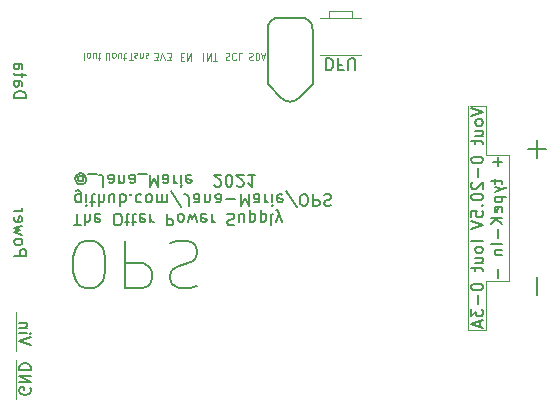
<source format=gbo>
G04 #@! TF.GenerationSoftware,KiCad,Pcbnew,5.1.5+dfsg1-2build2*
G04 #@! TF.CreationDate,2021-12-30T02:49:34+01:00*
G04 #@! TF.ProjectId,OPS,4f50532e-6b69-4636-9164-5f7063625858,rev?*
G04 #@! TF.SameCoordinates,Original*
G04 #@! TF.FileFunction,Legend,Bot*
G04 #@! TF.FilePolarity,Positive*
%FSLAX46Y46*%
G04 Gerber Fmt 4.6, Leading zero omitted, Abs format (unit mm)*
G04 Created by KiCad (PCBNEW 5.1.5+dfsg1-2build2) date 2021-12-30 02:49:34*
%MOMM*%
%LPD*%
G04 APERTURE LIST*
%ADD10C,0.150000*%
%ADD11C,0.120000*%
%ADD12C,0.200000*%
%ADD13C,0.100000*%
%ADD14C,0.127000*%
G04 APERTURE END LIST*
D10*
X53447619Y-57352380D02*
X54447619Y-57352380D01*
X54447619Y-57114285D01*
X54400000Y-56971428D01*
X54304761Y-56876190D01*
X54209523Y-56828571D01*
X54019047Y-56780952D01*
X53876190Y-56780952D01*
X53685714Y-56828571D01*
X53590476Y-56876190D01*
X53495238Y-56971428D01*
X53447619Y-57114285D01*
X53447619Y-57352380D01*
X53447619Y-55923809D02*
X53971428Y-55923809D01*
X54066666Y-55971428D01*
X54114285Y-56066666D01*
X54114285Y-56257142D01*
X54066666Y-56352380D01*
X53495238Y-55923809D02*
X53447619Y-56019047D01*
X53447619Y-56257142D01*
X53495238Y-56352380D01*
X53590476Y-56400000D01*
X53685714Y-56400000D01*
X53780952Y-56352380D01*
X53828571Y-56257142D01*
X53828571Y-56019047D01*
X53876190Y-55923809D01*
X54114285Y-55590476D02*
X54114285Y-55209523D01*
X54447619Y-55447619D02*
X53590476Y-55447619D01*
X53495238Y-55400000D01*
X53447619Y-55304761D01*
X53447619Y-55209523D01*
X53447619Y-54447619D02*
X53971428Y-54447619D01*
X54066666Y-54495238D01*
X54114285Y-54590476D01*
X54114285Y-54780952D01*
X54066666Y-54876190D01*
X53495238Y-54447619D02*
X53447619Y-54542857D01*
X53447619Y-54780952D01*
X53495238Y-54876190D01*
X53590476Y-54923809D01*
X53685714Y-54923809D01*
X53780952Y-54876190D01*
X53828571Y-54780952D01*
X53828571Y-54542857D01*
X53876190Y-54447619D01*
X53447619Y-70726190D02*
X54447619Y-70726190D01*
X54447619Y-70345238D01*
X54400000Y-70250000D01*
X54352380Y-70202380D01*
X54257142Y-70154761D01*
X54114285Y-70154761D01*
X54019047Y-70202380D01*
X53971428Y-70250000D01*
X53923809Y-70345238D01*
X53923809Y-70726190D01*
X53447619Y-69583333D02*
X53495238Y-69678571D01*
X53542857Y-69726190D01*
X53638095Y-69773809D01*
X53923809Y-69773809D01*
X54019047Y-69726190D01*
X54066666Y-69678571D01*
X54114285Y-69583333D01*
X54114285Y-69440476D01*
X54066666Y-69345238D01*
X54019047Y-69297619D01*
X53923809Y-69250000D01*
X53638095Y-69250000D01*
X53542857Y-69297619D01*
X53495238Y-69345238D01*
X53447619Y-69440476D01*
X53447619Y-69583333D01*
X54114285Y-68916666D02*
X53447619Y-68726190D01*
X53923809Y-68535714D01*
X53447619Y-68345238D01*
X54114285Y-68154761D01*
X53495238Y-67392857D02*
X53447619Y-67488095D01*
X53447619Y-67678571D01*
X53495238Y-67773809D01*
X53590476Y-67821428D01*
X53971428Y-67821428D01*
X54066666Y-67773809D01*
X54114285Y-67678571D01*
X54114285Y-67488095D01*
X54066666Y-67392857D01*
X53971428Y-67345238D01*
X53876190Y-67345238D01*
X53780952Y-67821428D01*
X53447619Y-66916666D02*
X54114285Y-66916666D01*
X53923809Y-66916666D02*
X54019047Y-66869047D01*
X54066666Y-66821428D01*
X54114285Y-66726190D01*
X54114285Y-66630952D01*
D11*
X93350000Y-77000000D02*
X91900000Y-77000000D01*
X93350000Y-72850000D02*
X93350000Y-77000000D01*
X95350000Y-72850000D02*
X93350000Y-72850000D01*
X95350000Y-62150000D02*
X95350000Y-72850000D01*
X93350000Y-62150000D02*
X95350000Y-62150000D01*
X93350000Y-58000000D02*
X93350000Y-62150000D01*
X92000000Y-58000000D02*
X93350000Y-58000000D01*
X91900000Y-77000000D02*
X91900000Y-58000000D01*
D10*
X92127380Y-58214285D02*
X93127380Y-58547619D01*
X92127380Y-58880952D01*
X93127380Y-59357142D02*
X93079761Y-59261904D01*
X93032142Y-59214285D01*
X92936904Y-59166666D01*
X92651190Y-59166666D01*
X92555952Y-59214285D01*
X92508333Y-59261904D01*
X92460714Y-59357142D01*
X92460714Y-59500000D01*
X92508333Y-59595238D01*
X92555952Y-59642857D01*
X92651190Y-59690476D01*
X92936904Y-59690476D01*
X93032142Y-59642857D01*
X93079761Y-59595238D01*
X93127380Y-59500000D01*
X93127380Y-59357142D01*
X92460714Y-60547619D02*
X93127380Y-60547619D01*
X92460714Y-60119047D02*
X92984523Y-60119047D01*
X93079761Y-60166666D01*
X93127380Y-60261904D01*
X93127380Y-60404761D01*
X93079761Y-60500000D01*
X93032142Y-60547619D01*
X92460714Y-60880952D02*
X92460714Y-61261904D01*
X92127380Y-61023809D02*
X92984523Y-61023809D01*
X93079761Y-61071428D01*
X93127380Y-61166666D01*
X93127380Y-61261904D01*
X92127380Y-62547619D02*
X92127380Y-62642857D01*
X92175000Y-62738095D01*
X92222619Y-62785714D01*
X92317857Y-62833333D01*
X92508333Y-62880952D01*
X92746428Y-62880952D01*
X92936904Y-62833333D01*
X93032142Y-62785714D01*
X93079761Y-62738095D01*
X93127380Y-62642857D01*
X93127380Y-62547619D01*
X93079761Y-62452380D01*
X93032142Y-62404761D01*
X92936904Y-62357142D01*
X92746428Y-62309523D01*
X92508333Y-62309523D01*
X92317857Y-62357142D01*
X92222619Y-62404761D01*
X92175000Y-62452380D01*
X92127380Y-62547619D01*
X92746428Y-63309523D02*
X92746428Y-64071428D01*
X92222619Y-64500000D02*
X92175000Y-64547619D01*
X92127380Y-64642857D01*
X92127380Y-64880952D01*
X92175000Y-64976190D01*
X92222619Y-65023809D01*
X92317857Y-65071428D01*
X92413095Y-65071428D01*
X92555952Y-65023809D01*
X93127380Y-64452380D01*
X93127380Y-65071428D01*
X92127380Y-65690476D02*
X92127380Y-65785714D01*
X92175000Y-65880952D01*
X92222619Y-65928571D01*
X92317857Y-65976190D01*
X92508333Y-66023809D01*
X92746428Y-66023809D01*
X92936904Y-65976190D01*
X93032142Y-65928571D01*
X93079761Y-65880952D01*
X93127380Y-65785714D01*
X93127380Y-65690476D01*
X93079761Y-65595238D01*
X93032142Y-65547619D01*
X92936904Y-65500000D01*
X92746428Y-65452380D01*
X92508333Y-65452380D01*
X92317857Y-65500000D01*
X92222619Y-65547619D01*
X92175000Y-65595238D01*
X92127380Y-65690476D01*
X93032142Y-66452380D02*
X93079761Y-66500000D01*
X93127380Y-66452380D01*
X93079761Y-66404761D01*
X93032142Y-66452380D01*
X93127380Y-66452380D01*
X92127380Y-67404761D02*
X92127380Y-66928571D01*
X92603571Y-66880952D01*
X92555952Y-66928571D01*
X92508333Y-67023809D01*
X92508333Y-67261904D01*
X92555952Y-67357142D01*
X92603571Y-67404761D01*
X92698809Y-67452380D01*
X92936904Y-67452380D01*
X93032142Y-67404761D01*
X93079761Y-67357142D01*
X93127380Y-67261904D01*
X93127380Y-67023809D01*
X93079761Y-66928571D01*
X93032142Y-66880952D01*
X92127380Y-67738095D02*
X93127380Y-68071428D01*
X92127380Y-68404761D01*
X93127380Y-69500000D02*
X92127380Y-69500000D01*
X93127380Y-70119047D02*
X93079761Y-70023809D01*
X93032142Y-69976190D01*
X92936904Y-69928571D01*
X92651190Y-69928571D01*
X92555952Y-69976190D01*
X92508333Y-70023809D01*
X92460714Y-70119047D01*
X92460714Y-70261904D01*
X92508333Y-70357142D01*
X92555952Y-70404761D01*
X92651190Y-70452380D01*
X92936904Y-70452380D01*
X93032142Y-70404761D01*
X93079761Y-70357142D01*
X93127380Y-70261904D01*
X93127380Y-70119047D01*
X92460714Y-71309523D02*
X93127380Y-71309523D01*
X92460714Y-70880952D02*
X92984523Y-70880952D01*
X93079761Y-70928571D01*
X93127380Y-71023809D01*
X93127380Y-71166666D01*
X93079761Y-71261904D01*
X93032142Y-71309523D01*
X92460714Y-71642857D02*
X92460714Y-72023809D01*
X92127380Y-71785714D02*
X92984523Y-71785714D01*
X93079761Y-71833333D01*
X93127380Y-71928571D01*
X93127380Y-72023809D01*
X92127380Y-73309523D02*
X92127380Y-73404761D01*
X92175000Y-73500000D01*
X92222619Y-73547619D01*
X92317857Y-73595238D01*
X92508333Y-73642857D01*
X92746428Y-73642857D01*
X92936904Y-73595238D01*
X93032142Y-73547619D01*
X93079761Y-73500000D01*
X93127380Y-73404761D01*
X93127380Y-73309523D01*
X93079761Y-73214285D01*
X93032142Y-73166666D01*
X92936904Y-73119047D01*
X92746428Y-73071428D01*
X92508333Y-73071428D01*
X92317857Y-73119047D01*
X92222619Y-73166666D01*
X92175000Y-73214285D01*
X92127380Y-73309523D01*
X92746428Y-74071428D02*
X92746428Y-74833333D01*
X92127380Y-75214285D02*
X92127380Y-75833333D01*
X92508333Y-75500000D01*
X92508333Y-75642857D01*
X92555952Y-75738095D01*
X92603571Y-75785714D01*
X92698809Y-75833333D01*
X92936904Y-75833333D01*
X93032142Y-75785714D01*
X93079761Y-75738095D01*
X93127380Y-75642857D01*
X93127380Y-75357142D01*
X93079761Y-75261904D01*
X93032142Y-75214285D01*
X92841666Y-76214285D02*
X92841666Y-76690476D01*
X93127380Y-76119047D02*
X92127380Y-76452380D01*
X93127380Y-76785714D01*
X94396428Y-62380952D02*
X94396428Y-63142857D01*
X94777380Y-62761904D02*
X94015476Y-62761904D01*
X94110714Y-64238095D02*
X94110714Y-64619047D01*
X93777380Y-64380952D02*
X94634523Y-64380952D01*
X94729761Y-64428571D01*
X94777380Y-64523809D01*
X94777380Y-64619047D01*
X94110714Y-64857142D02*
X94777380Y-65095238D01*
X94110714Y-65333333D02*
X94777380Y-65095238D01*
X95015476Y-65000000D01*
X95063095Y-64952380D01*
X95110714Y-64857142D01*
X94110714Y-65714285D02*
X95110714Y-65714285D01*
X94158333Y-65714285D02*
X94110714Y-65809523D01*
X94110714Y-66000000D01*
X94158333Y-66095238D01*
X94205952Y-66142857D01*
X94301190Y-66190476D01*
X94586904Y-66190476D01*
X94682142Y-66142857D01*
X94729761Y-66095238D01*
X94777380Y-66000000D01*
X94777380Y-65809523D01*
X94729761Y-65714285D01*
X94729761Y-67000000D02*
X94777380Y-66904761D01*
X94777380Y-66714285D01*
X94729761Y-66619047D01*
X94634523Y-66571428D01*
X94253571Y-66571428D01*
X94158333Y-66619047D01*
X94110714Y-66714285D01*
X94110714Y-66904761D01*
X94158333Y-67000000D01*
X94253571Y-67047619D01*
X94348809Y-67047619D01*
X94444047Y-66571428D01*
X94777380Y-67476190D02*
X93777380Y-67476190D01*
X94777380Y-68047619D02*
X94205952Y-67619047D01*
X93777380Y-68047619D02*
X94348809Y-67476190D01*
X94396428Y-68476190D02*
X94396428Y-69238095D01*
X94777380Y-69714285D02*
X93777380Y-69714285D01*
X94110714Y-70190476D02*
X94777380Y-70190476D01*
X94205952Y-70190476D02*
X94158333Y-70238095D01*
X94110714Y-70333333D01*
X94110714Y-70476190D01*
X94158333Y-70571428D01*
X94253571Y-70619047D01*
X94777380Y-70619047D01*
X94396428Y-71857142D02*
X94396428Y-72619047D01*
X97707142Y-74071428D02*
X97707142Y-72547619D01*
X97707142Y-62452380D02*
X97707142Y-60928571D01*
X96945238Y-61690476D02*
X98469047Y-61690476D01*
X58492738Y-68147619D02*
X59064166Y-68147619D01*
X58778452Y-67147619D02*
X58778452Y-68147619D01*
X59397500Y-67147619D02*
X59397500Y-68147619D01*
X59826071Y-67147619D02*
X59826071Y-67671428D01*
X59778452Y-67766666D01*
X59683214Y-67814285D01*
X59540357Y-67814285D01*
X59445119Y-67766666D01*
X59397500Y-67719047D01*
X60683214Y-67195238D02*
X60587976Y-67147619D01*
X60397500Y-67147619D01*
X60302261Y-67195238D01*
X60254642Y-67290476D01*
X60254642Y-67671428D01*
X60302261Y-67766666D01*
X60397500Y-67814285D01*
X60587976Y-67814285D01*
X60683214Y-67766666D01*
X60730833Y-67671428D01*
X60730833Y-67576190D01*
X60254642Y-67480952D01*
X62111785Y-68147619D02*
X62302261Y-68147619D01*
X62397500Y-68100000D01*
X62492738Y-68004761D01*
X62540357Y-67814285D01*
X62540357Y-67480952D01*
X62492738Y-67290476D01*
X62397500Y-67195238D01*
X62302261Y-67147619D01*
X62111785Y-67147619D01*
X62016547Y-67195238D01*
X61921309Y-67290476D01*
X61873690Y-67480952D01*
X61873690Y-67814285D01*
X61921309Y-68004761D01*
X62016547Y-68100000D01*
X62111785Y-68147619D01*
X62826071Y-67814285D02*
X63207023Y-67814285D01*
X62968928Y-68147619D02*
X62968928Y-67290476D01*
X63016547Y-67195238D01*
X63111785Y-67147619D01*
X63207023Y-67147619D01*
X63397500Y-67814285D02*
X63778452Y-67814285D01*
X63540357Y-68147619D02*
X63540357Y-67290476D01*
X63587976Y-67195238D01*
X63683214Y-67147619D01*
X63778452Y-67147619D01*
X64492738Y-67195238D02*
X64397500Y-67147619D01*
X64207023Y-67147619D01*
X64111785Y-67195238D01*
X64064166Y-67290476D01*
X64064166Y-67671428D01*
X64111785Y-67766666D01*
X64207023Y-67814285D01*
X64397500Y-67814285D01*
X64492738Y-67766666D01*
X64540357Y-67671428D01*
X64540357Y-67576190D01*
X64064166Y-67480952D01*
X64968928Y-67147619D02*
X64968928Y-67814285D01*
X64968928Y-67623809D02*
X65016547Y-67719047D01*
X65064166Y-67766666D01*
X65159404Y-67814285D01*
X65254642Y-67814285D01*
X66349880Y-67147619D02*
X66349880Y-68147619D01*
X66730833Y-68147619D01*
X66826071Y-68100000D01*
X66873690Y-68052380D01*
X66921309Y-67957142D01*
X66921309Y-67814285D01*
X66873690Y-67719047D01*
X66826071Y-67671428D01*
X66730833Y-67623809D01*
X66349880Y-67623809D01*
X67492738Y-67147619D02*
X67397500Y-67195238D01*
X67349880Y-67242857D01*
X67302261Y-67338095D01*
X67302261Y-67623809D01*
X67349880Y-67719047D01*
X67397500Y-67766666D01*
X67492738Y-67814285D01*
X67635595Y-67814285D01*
X67730833Y-67766666D01*
X67778452Y-67719047D01*
X67826071Y-67623809D01*
X67826071Y-67338095D01*
X67778452Y-67242857D01*
X67730833Y-67195238D01*
X67635595Y-67147619D01*
X67492738Y-67147619D01*
X68159404Y-67814285D02*
X68349880Y-67147619D01*
X68540357Y-67623809D01*
X68730833Y-67147619D01*
X68921309Y-67814285D01*
X69683214Y-67195238D02*
X69587976Y-67147619D01*
X69397500Y-67147619D01*
X69302261Y-67195238D01*
X69254642Y-67290476D01*
X69254642Y-67671428D01*
X69302261Y-67766666D01*
X69397500Y-67814285D01*
X69587976Y-67814285D01*
X69683214Y-67766666D01*
X69730833Y-67671428D01*
X69730833Y-67576190D01*
X69254642Y-67480952D01*
X70159404Y-67147619D02*
X70159404Y-67814285D01*
X70159404Y-67623809D02*
X70207023Y-67719047D01*
X70254642Y-67766666D01*
X70349880Y-67814285D01*
X70445119Y-67814285D01*
X71492738Y-67195238D02*
X71635595Y-67147619D01*
X71873690Y-67147619D01*
X71968928Y-67195238D01*
X72016547Y-67242857D01*
X72064166Y-67338095D01*
X72064166Y-67433333D01*
X72016547Y-67528571D01*
X71968928Y-67576190D01*
X71873690Y-67623809D01*
X71683214Y-67671428D01*
X71587976Y-67719047D01*
X71540357Y-67766666D01*
X71492738Y-67861904D01*
X71492738Y-67957142D01*
X71540357Y-68052380D01*
X71587976Y-68100000D01*
X71683214Y-68147619D01*
X71921309Y-68147619D01*
X72064166Y-68100000D01*
X72921309Y-67814285D02*
X72921309Y-67147619D01*
X72492738Y-67814285D02*
X72492738Y-67290476D01*
X72540357Y-67195238D01*
X72635595Y-67147619D01*
X72778452Y-67147619D01*
X72873690Y-67195238D01*
X72921309Y-67242857D01*
X73397500Y-67814285D02*
X73397500Y-66814285D01*
X73397500Y-67766666D02*
X73492738Y-67814285D01*
X73683214Y-67814285D01*
X73778452Y-67766666D01*
X73826071Y-67719047D01*
X73873690Y-67623809D01*
X73873690Y-67338095D01*
X73826071Y-67242857D01*
X73778452Y-67195238D01*
X73683214Y-67147619D01*
X73492738Y-67147619D01*
X73397500Y-67195238D01*
X74302261Y-67814285D02*
X74302261Y-66814285D01*
X74302261Y-67766666D02*
X74397500Y-67814285D01*
X74587976Y-67814285D01*
X74683214Y-67766666D01*
X74730833Y-67719047D01*
X74778452Y-67623809D01*
X74778452Y-67338095D01*
X74730833Y-67242857D01*
X74683214Y-67195238D01*
X74587976Y-67147619D01*
X74397500Y-67147619D01*
X74302261Y-67195238D01*
X75349880Y-67147619D02*
X75254642Y-67195238D01*
X75207023Y-67290476D01*
X75207023Y-68147619D01*
X75635595Y-67814285D02*
X75873690Y-67147619D01*
X76111785Y-67814285D02*
X75873690Y-67147619D01*
X75778452Y-66909523D01*
X75730833Y-66861904D01*
X75635595Y-66814285D01*
X59064166Y-66164285D02*
X59064166Y-65354761D01*
X59016547Y-65259523D01*
X58968928Y-65211904D01*
X58873690Y-65164285D01*
X58730833Y-65164285D01*
X58635595Y-65211904D01*
X59064166Y-65545238D02*
X58968928Y-65497619D01*
X58778452Y-65497619D01*
X58683214Y-65545238D01*
X58635595Y-65592857D01*
X58587976Y-65688095D01*
X58587976Y-65973809D01*
X58635595Y-66069047D01*
X58683214Y-66116666D01*
X58778452Y-66164285D01*
X58968928Y-66164285D01*
X59064166Y-66116666D01*
X59540357Y-65497619D02*
X59540357Y-66164285D01*
X59540357Y-66497619D02*
X59492738Y-66450000D01*
X59540357Y-66402380D01*
X59587976Y-66450000D01*
X59540357Y-66497619D01*
X59540357Y-66402380D01*
X59873690Y-66164285D02*
X60254642Y-66164285D01*
X60016547Y-66497619D02*
X60016547Y-65640476D01*
X60064166Y-65545238D01*
X60159404Y-65497619D01*
X60254642Y-65497619D01*
X60587976Y-65497619D02*
X60587976Y-66497619D01*
X61016547Y-65497619D02*
X61016547Y-66021428D01*
X60968928Y-66116666D01*
X60873690Y-66164285D01*
X60730833Y-66164285D01*
X60635595Y-66116666D01*
X60587976Y-66069047D01*
X61921309Y-66164285D02*
X61921309Y-65497619D01*
X61492738Y-66164285D02*
X61492738Y-65640476D01*
X61540357Y-65545238D01*
X61635595Y-65497619D01*
X61778452Y-65497619D01*
X61873690Y-65545238D01*
X61921309Y-65592857D01*
X62397499Y-65497619D02*
X62397499Y-66497619D01*
X62397499Y-66116666D02*
X62492738Y-66164285D01*
X62683214Y-66164285D01*
X62778452Y-66116666D01*
X62826071Y-66069047D01*
X62873690Y-65973809D01*
X62873690Y-65688095D01*
X62826071Y-65592857D01*
X62778452Y-65545238D01*
X62683214Y-65497619D01*
X62492738Y-65497619D01*
X62397499Y-65545238D01*
X63302261Y-65592857D02*
X63349880Y-65545238D01*
X63302261Y-65497619D01*
X63254642Y-65545238D01*
X63302261Y-65592857D01*
X63302261Y-65497619D01*
X64207023Y-65545238D02*
X64111785Y-65497619D01*
X63921309Y-65497619D01*
X63826071Y-65545238D01*
X63778452Y-65592857D01*
X63730833Y-65688095D01*
X63730833Y-65973809D01*
X63778452Y-66069047D01*
X63826071Y-66116666D01*
X63921309Y-66164285D01*
X64111785Y-66164285D01*
X64207023Y-66116666D01*
X64778452Y-65497619D02*
X64683214Y-65545238D01*
X64635595Y-65592857D01*
X64587976Y-65688095D01*
X64587976Y-65973809D01*
X64635595Y-66069047D01*
X64683214Y-66116666D01*
X64778452Y-66164285D01*
X64921309Y-66164285D01*
X65016547Y-66116666D01*
X65064166Y-66069047D01*
X65111785Y-65973809D01*
X65111785Y-65688095D01*
X65064166Y-65592857D01*
X65016547Y-65545238D01*
X64921309Y-65497619D01*
X64778452Y-65497619D01*
X65540357Y-65497619D02*
X65540357Y-66164285D01*
X65540357Y-66069047D02*
X65587976Y-66116666D01*
X65683214Y-66164285D01*
X65826071Y-66164285D01*
X65921309Y-66116666D01*
X65968928Y-66021428D01*
X65968928Y-65497619D01*
X65968928Y-66021428D02*
X66016547Y-66116666D01*
X66111785Y-66164285D01*
X66254642Y-66164285D01*
X66349880Y-66116666D01*
X66397499Y-66021428D01*
X66397499Y-65497619D01*
X67587976Y-66545238D02*
X66730833Y-65259523D01*
X68207023Y-66497619D02*
X68207023Y-65783333D01*
X68159404Y-65640476D01*
X68064166Y-65545238D01*
X67921309Y-65497619D01*
X67826071Y-65497619D01*
X69111785Y-65497619D02*
X69111785Y-66021428D01*
X69064166Y-66116666D01*
X68968928Y-66164285D01*
X68778452Y-66164285D01*
X68683214Y-66116666D01*
X69111785Y-65545238D02*
X69016547Y-65497619D01*
X68778452Y-65497619D01*
X68683214Y-65545238D01*
X68635595Y-65640476D01*
X68635595Y-65735714D01*
X68683214Y-65830952D01*
X68778452Y-65878571D01*
X69016547Y-65878571D01*
X69111785Y-65926190D01*
X69587976Y-66164285D02*
X69587976Y-65497619D01*
X69587976Y-66069047D02*
X69635595Y-66116666D01*
X69730833Y-66164285D01*
X69873690Y-66164285D01*
X69968928Y-66116666D01*
X70016547Y-66021428D01*
X70016547Y-65497619D01*
X70921309Y-65497619D02*
X70921309Y-66021428D01*
X70873690Y-66116666D01*
X70778452Y-66164285D01*
X70587976Y-66164285D01*
X70492738Y-66116666D01*
X70921309Y-65545238D02*
X70826071Y-65497619D01*
X70587976Y-65497619D01*
X70492738Y-65545238D01*
X70445119Y-65640476D01*
X70445119Y-65735714D01*
X70492738Y-65830952D01*
X70587976Y-65878571D01*
X70826071Y-65878571D01*
X70921309Y-65926190D01*
X71397500Y-65878571D02*
X72159404Y-65878571D01*
X72635595Y-65497619D02*
X72635595Y-66497619D01*
X72968928Y-65783333D01*
X73302261Y-66497619D01*
X73302261Y-65497619D01*
X74207023Y-65497619D02*
X74207023Y-66021428D01*
X74159404Y-66116666D01*
X74064166Y-66164285D01*
X73873690Y-66164285D01*
X73778452Y-66116666D01*
X74207023Y-65545238D02*
X74111785Y-65497619D01*
X73873690Y-65497619D01*
X73778452Y-65545238D01*
X73730833Y-65640476D01*
X73730833Y-65735714D01*
X73778452Y-65830952D01*
X73873690Y-65878571D01*
X74111785Y-65878571D01*
X74207023Y-65926190D01*
X74683214Y-65497619D02*
X74683214Y-66164285D01*
X74683214Y-65973809D02*
X74730833Y-66069047D01*
X74778452Y-66116666D01*
X74873690Y-66164285D01*
X74968928Y-66164285D01*
X75302261Y-65497619D02*
X75302261Y-66164285D01*
X75302261Y-66497619D02*
X75254642Y-66450000D01*
X75302261Y-66402380D01*
X75349880Y-66450000D01*
X75302261Y-66497619D01*
X75302261Y-66402380D01*
X76159404Y-65545238D02*
X76064166Y-65497619D01*
X75873690Y-65497619D01*
X75778452Y-65545238D01*
X75730833Y-65640476D01*
X75730833Y-66021428D01*
X75778452Y-66116666D01*
X75873690Y-66164285D01*
X76064166Y-66164285D01*
X76159404Y-66116666D01*
X76207023Y-66021428D01*
X76207023Y-65926190D01*
X75730833Y-65830952D01*
X77349880Y-66545238D02*
X76492738Y-65259523D01*
X77873690Y-66497619D02*
X78064166Y-66497619D01*
X78159404Y-66450000D01*
X78254642Y-66354761D01*
X78302261Y-66164285D01*
X78302261Y-65830952D01*
X78254642Y-65640476D01*
X78159404Y-65545238D01*
X78064166Y-65497619D01*
X77873690Y-65497619D01*
X77778452Y-65545238D01*
X77683214Y-65640476D01*
X77635595Y-65830952D01*
X77635595Y-66164285D01*
X77683214Y-66354761D01*
X77778452Y-66450000D01*
X77873690Y-66497619D01*
X78730833Y-65497619D02*
X78730833Y-66497619D01*
X79111785Y-66497619D01*
X79207023Y-66450000D01*
X79254642Y-66402380D01*
X79302261Y-66307142D01*
X79302261Y-66164285D01*
X79254642Y-66069047D01*
X79207023Y-66021428D01*
X79111785Y-65973809D01*
X78730833Y-65973809D01*
X79683214Y-65545238D02*
X79826071Y-65497619D01*
X80064166Y-65497619D01*
X80159404Y-65545238D01*
X80207023Y-65592857D01*
X80254642Y-65688095D01*
X80254642Y-65783333D01*
X80207023Y-65878571D01*
X80159404Y-65926190D01*
X80064166Y-65973809D01*
X79873690Y-66021428D01*
X79778452Y-66069047D01*
X79730833Y-66116666D01*
X79683214Y-66211904D01*
X79683214Y-66307142D01*
X79730833Y-66402380D01*
X79778452Y-66450000D01*
X79873690Y-66497619D01*
X80111785Y-66497619D01*
X80254642Y-66450000D01*
X59254642Y-64323809D02*
X59207023Y-64371428D01*
X59111785Y-64419047D01*
X59016547Y-64419047D01*
X58921309Y-64371428D01*
X58873690Y-64323809D01*
X58826071Y-64228571D01*
X58826071Y-64133333D01*
X58873690Y-64038095D01*
X58921309Y-63990476D01*
X59016547Y-63942857D01*
X59111785Y-63942857D01*
X59207023Y-63990476D01*
X59254642Y-64038095D01*
X59254642Y-64419047D02*
X59254642Y-64038095D01*
X59302261Y-63990476D01*
X59349880Y-63990476D01*
X59445119Y-64038095D01*
X59492738Y-64133333D01*
X59492738Y-64371428D01*
X59397500Y-64514285D01*
X59254642Y-64609523D01*
X59064166Y-64657142D01*
X58873690Y-64609523D01*
X58730833Y-64514285D01*
X58635595Y-64371428D01*
X58587976Y-64180952D01*
X58635595Y-63990476D01*
X58730833Y-63847619D01*
X58873690Y-63752380D01*
X59064166Y-63704761D01*
X59254642Y-63752380D01*
X59397500Y-63847619D01*
X59683214Y-63752380D02*
X60445119Y-63752380D01*
X60968928Y-64847619D02*
X60968928Y-64133333D01*
X60921309Y-63990476D01*
X60826071Y-63895238D01*
X60683214Y-63847619D01*
X60587976Y-63847619D01*
X61873690Y-63847619D02*
X61873690Y-64371428D01*
X61826071Y-64466666D01*
X61730833Y-64514285D01*
X61540357Y-64514285D01*
X61445119Y-64466666D01*
X61873690Y-63895238D02*
X61778452Y-63847619D01*
X61540357Y-63847619D01*
X61445119Y-63895238D01*
X61397500Y-63990476D01*
X61397500Y-64085714D01*
X61445119Y-64180952D01*
X61540357Y-64228571D01*
X61778452Y-64228571D01*
X61873690Y-64276190D01*
X62349880Y-64514285D02*
X62349880Y-63847619D01*
X62349880Y-64419047D02*
X62397500Y-64466666D01*
X62492738Y-64514285D01*
X62635595Y-64514285D01*
X62730833Y-64466666D01*
X62778452Y-64371428D01*
X62778452Y-63847619D01*
X63683214Y-63847619D02*
X63683214Y-64371428D01*
X63635595Y-64466666D01*
X63540357Y-64514285D01*
X63349880Y-64514285D01*
X63254642Y-64466666D01*
X63683214Y-63895238D02*
X63587976Y-63847619D01*
X63349880Y-63847619D01*
X63254642Y-63895238D01*
X63207023Y-63990476D01*
X63207023Y-64085714D01*
X63254642Y-64180952D01*
X63349880Y-64228571D01*
X63587976Y-64228571D01*
X63683214Y-64276190D01*
X63921309Y-63752380D02*
X64683214Y-63752380D01*
X64921309Y-63847619D02*
X64921309Y-64847619D01*
X65254642Y-64133333D01*
X65587976Y-64847619D01*
X65587976Y-63847619D01*
X66492738Y-63847619D02*
X66492738Y-64371428D01*
X66445119Y-64466666D01*
X66349880Y-64514285D01*
X66159404Y-64514285D01*
X66064166Y-64466666D01*
X66492738Y-63895238D02*
X66397500Y-63847619D01*
X66159404Y-63847619D01*
X66064166Y-63895238D01*
X66016547Y-63990476D01*
X66016547Y-64085714D01*
X66064166Y-64180952D01*
X66159404Y-64228571D01*
X66397500Y-64228571D01*
X66492738Y-64276190D01*
X66968928Y-63847619D02*
X66968928Y-64514285D01*
X66968928Y-64323809D02*
X67016547Y-64419047D01*
X67064166Y-64466666D01*
X67159404Y-64514285D01*
X67254642Y-64514285D01*
X67587976Y-63847619D02*
X67587976Y-64514285D01*
X67587976Y-64847619D02*
X67540357Y-64800000D01*
X67587976Y-64752380D01*
X67635595Y-64800000D01*
X67587976Y-64847619D01*
X67587976Y-64752380D01*
X68445119Y-63895238D02*
X68349880Y-63847619D01*
X68159404Y-63847619D01*
X68064166Y-63895238D01*
X68016547Y-63990476D01*
X68016547Y-64371428D01*
X68064166Y-64466666D01*
X68159404Y-64514285D01*
X68349880Y-64514285D01*
X68445119Y-64466666D01*
X68492738Y-64371428D01*
X68492738Y-64276190D01*
X68016547Y-64180952D01*
X70397500Y-64752380D02*
X70445119Y-64800000D01*
X70540357Y-64847619D01*
X70778452Y-64847619D01*
X70873690Y-64800000D01*
X70921309Y-64752380D01*
X70968928Y-64657142D01*
X70968928Y-64561904D01*
X70921309Y-64419047D01*
X70349880Y-63847619D01*
X70968928Y-63847619D01*
X71587976Y-64847619D02*
X71683214Y-64847619D01*
X71778452Y-64800000D01*
X71826071Y-64752380D01*
X71873690Y-64657142D01*
X71921309Y-64466666D01*
X71921309Y-64228571D01*
X71873690Y-64038095D01*
X71826071Y-63942857D01*
X71778452Y-63895238D01*
X71683214Y-63847619D01*
X71587976Y-63847619D01*
X71492738Y-63895238D01*
X71445119Y-63942857D01*
X71397500Y-64038095D01*
X71349880Y-64228571D01*
X71349880Y-64466666D01*
X71397500Y-64657142D01*
X71445119Y-64752380D01*
X71492738Y-64800000D01*
X71587976Y-64847619D01*
X72302261Y-64752380D02*
X72349880Y-64800000D01*
X72445119Y-64847619D01*
X72683214Y-64847619D01*
X72778452Y-64800000D01*
X72826071Y-64752380D01*
X72873690Y-64657142D01*
X72873690Y-64561904D01*
X72826071Y-64419047D01*
X72254642Y-63847619D01*
X72873690Y-63847619D01*
X73826071Y-63847619D02*
X73254642Y-63847619D01*
X73540357Y-63847619D02*
X73540357Y-64847619D01*
X73445119Y-64704761D01*
X73349880Y-64609523D01*
X73254642Y-64561904D01*
D12*
X59414285Y-73440476D02*
X60176190Y-73440476D01*
X60557142Y-73250000D01*
X60938095Y-72869047D01*
X61128571Y-72107142D01*
X61128571Y-70773809D01*
X60938095Y-70011904D01*
X60557142Y-69630952D01*
X60176190Y-69440476D01*
X59414285Y-69440476D01*
X59033333Y-69630952D01*
X58652380Y-70011904D01*
X58461904Y-70773809D01*
X58461904Y-72107142D01*
X58652380Y-72869047D01*
X59033333Y-73250000D01*
X59414285Y-73440476D01*
X62842857Y-69440476D02*
X62842857Y-73440476D01*
X64366666Y-73440476D01*
X64747619Y-73250000D01*
X64938095Y-73059523D01*
X65128571Y-72678571D01*
X65128571Y-72107142D01*
X64938095Y-71726190D01*
X64747619Y-71535714D01*
X64366666Y-71345238D01*
X62842857Y-71345238D01*
X66652380Y-69630952D02*
X67223809Y-69440476D01*
X68176190Y-69440476D01*
X68557142Y-69630952D01*
X68747619Y-69821428D01*
X68938095Y-70202380D01*
X68938095Y-70583333D01*
X68747619Y-70964285D01*
X68557142Y-71154761D01*
X68176190Y-71345238D01*
X67414285Y-71535714D01*
X67033333Y-71726190D01*
X66842857Y-71916666D01*
X66652380Y-72297619D01*
X66652380Y-72678571D01*
X66842857Y-73059523D01*
X67033333Y-73250000D01*
X67414285Y-73440476D01*
X68366666Y-73440476D01*
X68938095Y-73250000D01*
D13*
X73332142Y-53557142D02*
X73410714Y-53528571D01*
X73541666Y-53528571D01*
X73594047Y-53557142D01*
X73620238Y-53585714D01*
X73646428Y-53642857D01*
X73646428Y-53700000D01*
X73620238Y-53757142D01*
X73594047Y-53785714D01*
X73541666Y-53814285D01*
X73436904Y-53842857D01*
X73384523Y-53871428D01*
X73358333Y-53900000D01*
X73332142Y-53957142D01*
X73332142Y-54014285D01*
X73358333Y-54071428D01*
X73384523Y-54100000D01*
X73436904Y-54128571D01*
X73567857Y-54128571D01*
X73646428Y-54100000D01*
X73882142Y-53528571D02*
X73882142Y-54128571D01*
X74013095Y-54128571D01*
X74091666Y-54100000D01*
X74144047Y-54042857D01*
X74170238Y-53985714D01*
X74196428Y-53871428D01*
X74196428Y-53785714D01*
X74170238Y-53671428D01*
X74144047Y-53614285D01*
X74091666Y-53557142D01*
X74013095Y-53528571D01*
X73882142Y-53528571D01*
X74405952Y-53700000D02*
X74667857Y-53700000D01*
X74353571Y-53528571D02*
X74536904Y-54128571D01*
X74720238Y-53528571D01*
X71345238Y-53557142D02*
X71423809Y-53528571D01*
X71554761Y-53528571D01*
X71607142Y-53557142D01*
X71633333Y-53585714D01*
X71659523Y-53642857D01*
X71659523Y-53700000D01*
X71633333Y-53757142D01*
X71607142Y-53785714D01*
X71554761Y-53814285D01*
X71450000Y-53842857D01*
X71397619Y-53871428D01*
X71371428Y-53900000D01*
X71345238Y-53957142D01*
X71345238Y-54014285D01*
X71371428Y-54071428D01*
X71397619Y-54100000D01*
X71450000Y-54128571D01*
X71580952Y-54128571D01*
X71659523Y-54100000D01*
X72209523Y-53585714D02*
X72183333Y-53557142D01*
X72104761Y-53528571D01*
X72052380Y-53528571D01*
X71973809Y-53557142D01*
X71921428Y-53614285D01*
X71895238Y-53671428D01*
X71869047Y-53785714D01*
X71869047Y-53871428D01*
X71895238Y-53985714D01*
X71921428Y-54042857D01*
X71973809Y-54100000D01*
X72052380Y-54128571D01*
X72104761Y-54128571D01*
X72183333Y-54100000D01*
X72209523Y-54071428D01*
X72707142Y-53528571D02*
X72445238Y-53528571D01*
X72445238Y-54128571D01*
X67557142Y-53892857D02*
X67757142Y-53892857D01*
X67842857Y-53578571D02*
X67557142Y-53578571D01*
X67557142Y-54178571D01*
X67842857Y-54178571D01*
X68100000Y-53578571D02*
X68100000Y-54178571D01*
X68442857Y-53578571D01*
X68442857Y-54178571D01*
X69457142Y-53578571D02*
X69457142Y-54178571D01*
X69742857Y-53578571D02*
X69742857Y-54178571D01*
X70085714Y-53578571D01*
X70085714Y-54178571D01*
X70285714Y-54178571D02*
X70628571Y-54178571D01*
X70457142Y-53578571D02*
X70457142Y-54178571D01*
X65257142Y-54128571D02*
X65628571Y-54128571D01*
X65428571Y-53900000D01*
X65514285Y-53900000D01*
X65571428Y-53871428D01*
X65600000Y-53842857D01*
X65628571Y-53785714D01*
X65628571Y-53642857D01*
X65600000Y-53585714D01*
X65571428Y-53557142D01*
X65514285Y-53528571D01*
X65342857Y-53528571D01*
X65285714Y-53557142D01*
X65257142Y-53585714D01*
X65800000Y-54128571D02*
X66000000Y-53528571D01*
X66200000Y-54128571D01*
X66342857Y-54128571D02*
X66714285Y-54128571D01*
X66514285Y-53900000D01*
X66600000Y-53900000D01*
X66657142Y-53871428D01*
X66685714Y-53842857D01*
X66714285Y-53785714D01*
X66714285Y-53642857D01*
X66685714Y-53585714D01*
X66657142Y-53557142D01*
X66600000Y-53528571D01*
X66428571Y-53528571D01*
X66371428Y-53557142D01*
X66342857Y-53585714D01*
X63148809Y-54128571D02*
X63463095Y-54128571D01*
X63305952Y-53528571D02*
X63305952Y-54128571D01*
X63620238Y-53557142D02*
X63672619Y-53528571D01*
X63777380Y-53528571D01*
X63829761Y-53557142D01*
X63855952Y-53614285D01*
X63855952Y-53642857D01*
X63829761Y-53700000D01*
X63777380Y-53728571D01*
X63698809Y-53728571D01*
X63646428Y-53757142D01*
X63620238Y-53814285D01*
X63620238Y-53842857D01*
X63646428Y-53900000D01*
X63698809Y-53928571D01*
X63777380Y-53928571D01*
X63829761Y-53900000D01*
X64091666Y-53928571D02*
X64091666Y-53528571D01*
X64091666Y-53871428D02*
X64117857Y-53900000D01*
X64170238Y-53928571D01*
X64248809Y-53928571D01*
X64301190Y-53900000D01*
X64327380Y-53842857D01*
X64327380Y-53528571D01*
X64563095Y-53557142D02*
X64615476Y-53528571D01*
X64720238Y-53528571D01*
X64772619Y-53557142D01*
X64798809Y-53614285D01*
X64798809Y-53642857D01*
X64772619Y-53700000D01*
X64720238Y-53728571D01*
X64641666Y-53728571D01*
X64589285Y-53757142D01*
X64563095Y-53814285D01*
X64563095Y-53842857D01*
X64589285Y-53900000D01*
X64641666Y-53928571D01*
X64720238Y-53928571D01*
X64772619Y-53900000D01*
X61188095Y-54128571D02*
X61188095Y-53642857D01*
X61214285Y-53585714D01*
X61240476Y-53557142D01*
X61292857Y-53528571D01*
X61397619Y-53528571D01*
X61450000Y-53557142D01*
X61476190Y-53585714D01*
X61502380Y-53642857D01*
X61502380Y-54128571D01*
X61842857Y-53528571D02*
X61790476Y-53557142D01*
X61764285Y-53585714D01*
X61738095Y-53642857D01*
X61738095Y-53814285D01*
X61764285Y-53871428D01*
X61790476Y-53900000D01*
X61842857Y-53928571D01*
X61921428Y-53928571D01*
X61973809Y-53900000D01*
X62000000Y-53871428D01*
X62026190Y-53814285D01*
X62026190Y-53642857D01*
X62000000Y-53585714D01*
X61973809Y-53557142D01*
X61921428Y-53528571D01*
X61842857Y-53528571D01*
X62497619Y-53928571D02*
X62497619Y-53528571D01*
X62261904Y-53928571D02*
X62261904Y-53614285D01*
X62288095Y-53557142D01*
X62340476Y-53528571D01*
X62419047Y-53528571D01*
X62471428Y-53557142D01*
X62497619Y-53585714D01*
X62680952Y-53928571D02*
X62890476Y-53928571D01*
X62759523Y-54128571D02*
X62759523Y-53614285D01*
X62785714Y-53557142D01*
X62838095Y-53528571D01*
X62890476Y-53528571D01*
X59345238Y-53528571D02*
X59345238Y-54128571D01*
X59685714Y-53528571D02*
X59633333Y-53557142D01*
X59607142Y-53585714D01*
X59580952Y-53642857D01*
X59580952Y-53814285D01*
X59607142Y-53871428D01*
X59633333Y-53900000D01*
X59685714Y-53928571D01*
X59764285Y-53928571D01*
X59816666Y-53900000D01*
X59842857Y-53871428D01*
X59869047Y-53814285D01*
X59869047Y-53642857D01*
X59842857Y-53585714D01*
X59816666Y-53557142D01*
X59764285Y-53528571D01*
X59685714Y-53528571D01*
X60340476Y-53928571D02*
X60340476Y-53528571D01*
X60104761Y-53928571D02*
X60104761Y-53614285D01*
X60130952Y-53557142D01*
X60183333Y-53528571D01*
X60261904Y-53528571D01*
X60314285Y-53557142D01*
X60340476Y-53585714D01*
X60523809Y-53928571D02*
X60733333Y-53928571D01*
X60602380Y-54128571D02*
X60602380Y-53614285D01*
X60628571Y-53557142D01*
X60680952Y-53528571D01*
X60733333Y-53528571D01*
D10*
X54847619Y-78273809D02*
X53847619Y-77940476D01*
X54847619Y-77607142D01*
X53847619Y-77273809D02*
X54514285Y-77273809D01*
X54847619Y-77273809D02*
X54800000Y-77321428D01*
X54752380Y-77273809D01*
X54800000Y-77226190D01*
X54847619Y-77273809D01*
X54752380Y-77273809D01*
X54514285Y-76797619D02*
X53847619Y-76797619D01*
X54419047Y-76797619D02*
X54466666Y-76750000D01*
X54514285Y-76654761D01*
X54514285Y-76511904D01*
X54466666Y-76416666D01*
X54371428Y-76369047D01*
X53847619Y-76369047D01*
X54800000Y-81911904D02*
X54847619Y-82007142D01*
X54847619Y-82150000D01*
X54800000Y-82292857D01*
X54704761Y-82388095D01*
X54609523Y-82435714D01*
X54419047Y-82483333D01*
X54276190Y-82483333D01*
X54085714Y-82435714D01*
X53990476Y-82388095D01*
X53895238Y-82292857D01*
X53847619Y-82150000D01*
X53847619Y-82054761D01*
X53895238Y-81911904D01*
X53942857Y-81864285D01*
X54276190Y-81864285D01*
X54276190Y-82054761D01*
X53847619Y-81435714D02*
X54847619Y-81435714D01*
X53847619Y-80864285D01*
X54847619Y-80864285D01*
X53847619Y-80388095D02*
X54847619Y-80388095D01*
X54847619Y-80150000D01*
X54800000Y-80007142D01*
X54704761Y-79911904D01*
X54609523Y-79864285D01*
X54419047Y-79816666D01*
X54276190Y-79816666D01*
X54085714Y-79864285D01*
X53990476Y-79911904D01*
X53895238Y-80007142D01*
X53847619Y-80150000D01*
X53847619Y-80388095D01*
D11*
X53600000Y-75500000D02*
X53600000Y-78800000D01*
X53600000Y-79500000D02*
X53600000Y-82800000D01*
D10*
X79885714Y-53997619D02*
X79885714Y-54997619D01*
X80123809Y-54997619D01*
X80266666Y-54950000D01*
X80361904Y-54854761D01*
X80409523Y-54759523D01*
X80457142Y-54569047D01*
X80457142Y-54426190D01*
X80409523Y-54235714D01*
X80361904Y-54140476D01*
X80266666Y-54045238D01*
X80123809Y-53997619D01*
X79885714Y-53997619D01*
X81219047Y-54521428D02*
X80885714Y-54521428D01*
X80885714Y-53997619D02*
X80885714Y-54997619D01*
X81361904Y-54997619D01*
X81742857Y-54997619D02*
X81742857Y-54188095D01*
X81790476Y-54092857D01*
X81838095Y-54045238D01*
X81933333Y-53997619D01*
X82123809Y-53997619D01*
X82219047Y-54045238D01*
X82266666Y-54092857D01*
X82314285Y-54188095D01*
X82314285Y-54997619D01*
D11*
X82825000Y-50600000D02*
X79325000Y-50600000D01*
X79325000Y-53700000D02*
X82825000Y-53700000D01*
X80125000Y-49950000D02*
X80125000Y-50600000D01*
X82025000Y-49950000D02*
X80125000Y-49950000D01*
X82025000Y-50600000D02*
X82025000Y-49950000D01*
D14*
X77752500Y-50544000D02*
G75*
G02X78705000Y-51496500I0J-952500D01*
G01*
X74895000Y-51496500D02*
G75*
G02X75847500Y-50544000I952500J0D01*
G01*
X77752500Y-50544000D02*
X75847500Y-50544000D01*
X77523900Y-57363900D02*
G75*
G02X76076100Y-57363900I-723900J723900D01*
G01*
X77523900Y-57363900D02*
X78705000Y-56182800D01*
X76076100Y-57363900D02*
X74895000Y-56182800D01*
X78705000Y-51496500D02*
X78705000Y-56182800D01*
X74895000Y-51496500D02*
X74895000Y-56182800D01*
M02*

</source>
